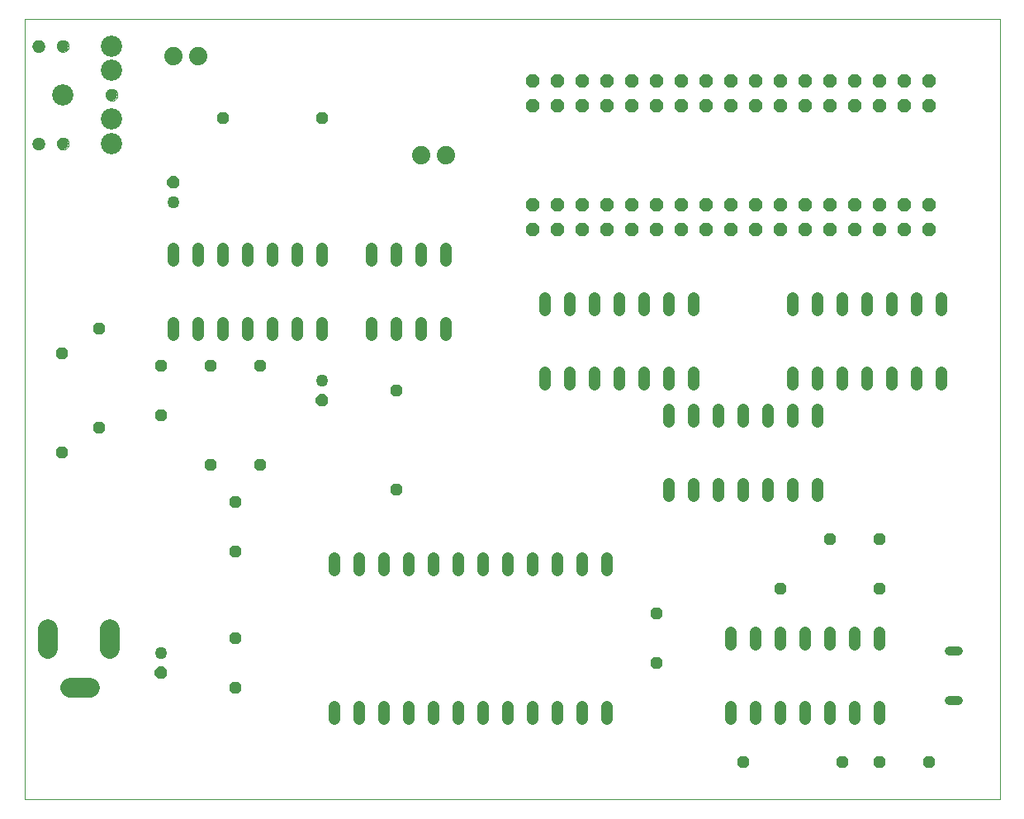
<source format=gts>
G75*
%MOIN*%
%OFA0B0*%
%FSLAX25Y25*%
%IPPOS*%
%LPD*%
%AMOC8*
5,1,8,0,0,1.08239X$1,22.5*
%
%ADD10C,0.00000*%
%ADD11OC8,0.04800*%
%ADD12OC8,0.05000*%
%ADD13C,0.05000*%
%ADD14C,0.04800*%
%ADD15OC8,0.05400*%
%ADD16C,0.08600*%
%ADD17C,0.04724*%
%ADD18C,0.07874*%
%ADD19C,0.07400*%
%ADD20C,0.03600*%
D10*
X0025000Y0011500D02*
X0025000Y0326461D01*
X0418701Y0326461D01*
X0418701Y0011500D01*
X0025000Y0011500D01*
X0028295Y0276315D02*
X0028297Y0276412D01*
X0028303Y0276509D01*
X0028313Y0276605D01*
X0028327Y0276701D01*
X0028345Y0276797D01*
X0028366Y0276891D01*
X0028392Y0276985D01*
X0028421Y0277077D01*
X0028455Y0277168D01*
X0028491Y0277258D01*
X0028532Y0277346D01*
X0028576Y0277432D01*
X0028624Y0277517D01*
X0028675Y0277599D01*
X0028729Y0277680D01*
X0028787Y0277758D01*
X0028848Y0277833D01*
X0028911Y0277906D01*
X0028978Y0277977D01*
X0029048Y0278044D01*
X0029120Y0278109D01*
X0029195Y0278170D01*
X0029273Y0278229D01*
X0029352Y0278284D01*
X0029434Y0278336D01*
X0029518Y0278384D01*
X0029604Y0278429D01*
X0029692Y0278471D01*
X0029781Y0278509D01*
X0029872Y0278543D01*
X0029964Y0278573D01*
X0030057Y0278600D01*
X0030152Y0278622D01*
X0030247Y0278641D01*
X0030343Y0278656D01*
X0030439Y0278667D01*
X0030536Y0278674D01*
X0030633Y0278677D01*
X0030730Y0278676D01*
X0030827Y0278671D01*
X0030923Y0278662D01*
X0031019Y0278649D01*
X0031115Y0278632D01*
X0031210Y0278611D01*
X0031303Y0278587D01*
X0031396Y0278558D01*
X0031488Y0278526D01*
X0031578Y0278490D01*
X0031666Y0278451D01*
X0031753Y0278407D01*
X0031838Y0278361D01*
X0031921Y0278310D01*
X0032002Y0278257D01*
X0032080Y0278200D01*
X0032157Y0278140D01*
X0032230Y0278077D01*
X0032301Y0278011D01*
X0032369Y0277942D01*
X0032435Y0277870D01*
X0032497Y0277796D01*
X0032556Y0277719D01*
X0032612Y0277640D01*
X0032665Y0277558D01*
X0032715Y0277475D01*
X0032760Y0277389D01*
X0032803Y0277302D01*
X0032842Y0277213D01*
X0032877Y0277123D01*
X0032908Y0277031D01*
X0032935Y0276938D01*
X0032959Y0276844D01*
X0032979Y0276749D01*
X0032995Y0276653D01*
X0033007Y0276557D01*
X0033015Y0276460D01*
X0033019Y0276363D01*
X0033019Y0276267D01*
X0033015Y0276170D01*
X0033007Y0276073D01*
X0032995Y0275977D01*
X0032979Y0275881D01*
X0032959Y0275786D01*
X0032935Y0275692D01*
X0032908Y0275599D01*
X0032877Y0275507D01*
X0032842Y0275417D01*
X0032803Y0275328D01*
X0032760Y0275241D01*
X0032715Y0275155D01*
X0032665Y0275072D01*
X0032612Y0274990D01*
X0032556Y0274911D01*
X0032497Y0274834D01*
X0032435Y0274760D01*
X0032369Y0274688D01*
X0032301Y0274619D01*
X0032230Y0274553D01*
X0032157Y0274490D01*
X0032080Y0274430D01*
X0032002Y0274373D01*
X0031921Y0274320D01*
X0031838Y0274269D01*
X0031753Y0274223D01*
X0031666Y0274179D01*
X0031578Y0274140D01*
X0031488Y0274104D01*
X0031396Y0274072D01*
X0031303Y0274043D01*
X0031210Y0274019D01*
X0031115Y0273998D01*
X0031019Y0273981D01*
X0030923Y0273968D01*
X0030827Y0273959D01*
X0030730Y0273954D01*
X0030633Y0273953D01*
X0030536Y0273956D01*
X0030439Y0273963D01*
X0030343Y0273974D01*
X0030247Y0273989D01*
X0030152Y0274008D01*
X0030057Y0274030D01*
X0029964Y0274057D01*
X0029872Y0274087D01*
X0029781Y0274121D01*
X0029692Y0274159D01*
X0029604Y0274201D01*
X0029518Y0274246D01*
X0029434Y0274294D01*
X0029352Y0274346D01*
X0029273Y0274401D01*
X0029195Y0274460D01*
X0029120Y0274521D01*
X0029048Y0274586D01*
X0028978Y0274653D01*
X0028911Y0274724D01*
X0028848Y0274797D01*
X0028787Y0274872D01*
X0028729Y0274950D01*
X0028675Y0275031D01*
X0028624Y0275113D01*
X0028576Y0275198D01*
X0028532Y0275284D01*
X0028491Y0275372D01*
X0028455Y0275462D01*
X0028421Y0275553D01*
X0028392Y0275645D01*
X0028366Y0275739D01*
X0028345Y0275833D01*
X0028327Y0275929D01*
X0028313Y0276025D01*
X0028303Y0276121D01*
X0028297Y0276218D01*
X0028295Y0276315D01*
X0038138Y0276315D02*
X0038140Y0276412D01*
X0038146Y0276509D01*
X0038156Y0276605D01*
X0038170Y0276701D01*
X0038188Y0276797D01*
X0038209Y0276891D01*
X0038235Y0276985D01*
X0038264Y0277077D01*
X0038298Y0277168D01*
X0038334Y0277258D01*
X0038375Y0277346D01*
X0038419Y0277432D01*
X0038467Y0277517D01*
X0038518Y0277599D01*
X0038572Y0277680D01*
X0038630Y0277758D01*
X0038691Y0277833D01*
X0038754Y0277906D01*
X0038821Y0277977D01*
X0038891Y0278044D01*
X0038963Y0278109D01*
X0039038Y0278170D01*
X0039116Y0278229D01*
X0039195Y0278284D01*
X0039277Y0278336D01*
X0039361Y0278384D01*
X0039447Y0278429D01*
X0039535Y0278471D01*
X0039624Y0278509D01*
X0039715Y0278543D01*
X0039807Y0278573D01*
X0039900Y0278600D01*
X0039995Y0278622D01*
X0040090Y0278641D01*
X0040186Y0278656D01*
X0040282Y0278667D01*
X0040379Y0278674D01*
X0040476Y0278677D01*
X0040573Y0278676D01*
X0040670Y0278671D01*
X0040766Y0278662D01*
X0040862Y0278649D01*
X0040958Y0278632D01*
X0041053Y0278611D01*
X0041146Y0278587D01*
X0041239Y0278558D01*
X0041331Y0278526D01*
X0041421Y0278490D01*
X0041509Y0278451D01*
X0041596Y0278407D01*
X0041681Y0278361D01*
X0041764Y0278310D01*
X0041845Y0278257D01*
X0041923Y0278200D01*
X0042000Y0278140D01*
X0042073Y0278077D01*
X0042144Y0278011D01*
X0042212Y0277942D01*
X0042278Y0277870D01*
X0042340Y0277796D01*
X0042399Y0277719D01*
X0042455Y0277640D01*
X0042508Y0277558D01*
X0042558Y0277475D01*
X0042603Y0277389D01*
X0042646Y0277302D01*
X0042685Y0277213D01*
X0042720Y0277123D01*
X0042751Y0277031D01*
X0042778Y0276938D01*
X0042802Y0276844D01*
X0042822Y0276749D01*
X0042838Y0276653D01*
X0042850Y0276557D01*
X0042858Y0276460D01*
X0042862Y0276363D01*
X0042862Y0276267D01*
X0042858Y0276170D01*
X0042850Y0276073D01*
X0042838Y0275977D01*
X0042822Y0275881D01*
X0042802Y0275786D01*
X0042778Y0275692D01*
X0042751Y0275599D01*
X0042720Y0275507D01*
X0042685Y0275417D01*
X0042646Y0275328D01*
X0042603Y0275241D01*
X0042558Y0275155D01*
X0042508Y0275072D01*
X0042455Y0274990D01*
X0042399Y0274911D01*
X0042340Y0274834D01*
X0042278Y0274760D01*
X0042212Y0274688D01*
X0042144Y0274619D01*
X0042073Y0274553D01*
X0042000Y0274490D01*
X0041923Y0274430D01*
X0041845Y0274373D01*
X0041764Y0274320D01*
X0041681Y0274269D01*
X0041596Y0274223D01*
X0041509Y0274179D01*
X0041421Y0274140D01*
X0041331Y0274104D01*
X0041239Y0274072D01*
X0041146Y0274043D01*
X0041053Y0274019D01*
X0040958Y0273998D01*
X0040862Y0273981D01*
X0040766Y0273968D01*
X0040670Y0273959D01*
X0040573Y0273954D01*
X0040476Y0273953D01*
X0040379Y0273956D01*
X0040282Y0273963D01*
X0040186Y0273974D01*
X0040090Y0273989D01*
X0039995Y0274008D01*
X0039900Y0274030D01*
X0039807Y0274057D01*
X0039715Y0274087D01*
X0039624Y0274121D01*
X0039535Y0274159D01*
X0039447Y0274201D01*
X0039361Y0274246D01*
X0039277Y0274294D01*
X0039195Y0274346D01*
X0039116Y0274401D01*
X0039038Y0274460D01*
X0038963Y0274521D01*
X0038891Y0274586D01*
X0038821Y0274653D01*
X0038754Y0274724D01*
X0038691Y0274797D01*
X0038630Y0274872D01*
X0038572Y0274950D01*
X0038518Y0275031D01*
X0038467Y0275113D01*
X0038419Y0275198D01*
X0038375Y0275284D01*
X0038334Y0275372D01*
X0038298Y0275462D01*
X0038264Y0275553D01*
X0038235Y0275645D01*
X0038209Y0275739D01*
X0038188Y0275833D01*
X0038170Y0275929D01*
X0038156Y0276025D01*
X0038146Y0276121D01*
X0038140Y0276218D01*
X0038138Y0276315D01*
X0057823Y0296000D02*
X0057825Y0296097D01*
X0057831Y0296194D01*
X0057841Y0296290D01*
X0057855Y0296386D01*
X0057873Y0296482D01*
X0057894Y0296576D01*
X0057920Y0296670D01*
X0057949Y0296762D01*
X0057983Y0296853D01*
X0058019Y0296943D01*
X0058060Y0297031D01*
X0058104Y0297117D01*
X0058152Y0297202D01*
X0058203Y0297284D01*
X0058257Y0297365D01*
X0058315Y0297443D01*
X0058376Y0297518D01*
X0058439Y0297591D01*
X0058506Y0297662D01*
X0058576Y0297729D01*
X0058648Y0297794D01*
X0058723Y0297855D01*
X0058801Y0297914D01*
X0058880Y0297969D01*
X0058962Y0298021D01*
X0059046Y0298069D01*
X0059132Y0298114D01*
X0059220Y0298156D01*
X0059309Y0298194D01*
X0059400Y0298228D01*
X0059492Y0298258D01*
X0059585Y0298285D01*
X0059680Y0298307D01*
X0059775Y0298326D01*
X0059871Y0298341D01*
X0059967Y0298352D01*
X0060064Y0298359D01*
X0060161Y0298362D01*
X0060258Y0298361D01*
X0060355Y0298356D01*
X0060451Y0298347D01*
X0060547Y0298334D01*
X0060643Y0298317D01*
X0060738Y0298296D01*
X0060831Y0298272D01*
X0060924Y0298243D01*
X0061016Y0298211D01*
X0061106Y0298175D01*
X0061194Y0298136D01*
X0061281Y0298092D01*
X0061366Y0298046D01*
X0061449Y0297995D01*
X0061530Y0297942D01*
X0061608Y0297885D01*
X0061685Y0297825D01*
X0061758Y0297762D01*
X0061829Y0297696D01*
X0061897Y0297627D01*
X0061963Y0297555D01*
X0062025Y0297481D01*
X0062084Y0297404D01*
X0062140Y0297325D01*
X0062193Y0297243D01*
X0062243Y0297160D01*
X0062288Y0297074D01*
X0062331Y0296987D01*
X0062370Y0296898D01*
X0062405Y0296808D01*
X0062436Y0296716D01*
X0062463Y0296623D01*
X0062487Y0296529D01*
X0062507Y0296434D01*
X0062523Y0296338D01*
X0062535Y0296242D01*
X0062543Y0296145D01*
X0062547Y0296048D01*
X0062547Y0295952D01*
X0062543Y0295855D01*
X0062535Y0295758D01*
X0062523Y0295662D01*
X0062507Y0295566D01*
X0062487Y0295471D01*
X0062463Y0295377D01*
X0062436Y0295284D01*
X0062405Y0295192D01*
X0062370Y0295102D01*
X0062331Y0295013D01*
X0062288Y0294926D01*
X0062243Y0294840D01*
X0062193Y0294757D01*
X0062140Y0294675D01*
X0062084Y0294596D01*
X0062025Y0294519D01*
X0061963Y0294445D01*
X0061897Y0294373D01*
X0061829Y0294304D01*
X0061758Y0294238D01*
X0061685Y0294175D01*
X0061608Y0294115D01*
X0061530Y0294058D01*
X0061449Y0294005D01*
X0061366Y0293954D01*
X0061281Y0293908D01*
X0061194Y0293864D01*
X0061106Y0293825D01*
X0061016Y0293789D01*
X0060924Y0293757D01*
X0060831Y0293728D01*
X0060738Y0293704D01*
X0060643Y0293683D01*
X0060547Y0293666D01*
X0060451Y0293653D01*
X0060355Y0293644D01*
X0060258Y0293639D01*
X0060161Y0293638D01*
X0060064Y0293641D01*
X0059967Y0293648D01*
X0059871Y0293659D01*
X0059775Y0293674D01*
X0059680Y0293693D01*
X0059585Y0293715D01*
X0059492Y0293742D01*
X0059400Y0293772D01*
X0059309Y0293806D01*
X0059220Y0293844D01*
X0059132Y0293886D01*
X0059046Y0293931D01*
X0058962Y0293979D01*
X0058880Y0294031D01*
X0058801Y0294086D01*
X0058723Y0294145D01*
X0058648Y0294206D01*
X0058576Y0294271D01*
X0058506Y0294338D01*
X0058439Y0294409D01*
X0058376Y0294482D01*
X0058315Y0294557D01*
X0058257Y0294635D01*
X0058203Y0294716D01*
X0058152Y0294798D01*
X0058104Y0294883D01*
X0058060Y0294969D01*
X0058019Y0295057D01*
X0057983Y0295147D01*
X0057949Y0295238D01*
X0057920Y0295330D01*
X0057894Y0295424D01*
X0057873Y0295518D01*
X0057855Y0295614D01*
X0057841Y0295710D01*
X0057831Y0295806D01*
X0057825Y0295903D01*
X0057823Y0296000D01*
X0038138Y0315685D02*
X0038140Y0315782D01*
X0038146Y0315879D01*
X0038156Y0315975D01*
X0038170Y0316071D01*
X0038188Y0316167D01*
X0038209Y0316261D01*
X0038235Y0316355D01*
X0038264Y0316447D01*
X0038298Y0316538D01*
X0038334Y0316628D01*
X0038375Y0316716D01*
X0038419Y0316802D01*
X0038467Y0316887D01*
X0038518Y0316969D01*
X0038572Y0317050D01*
X0038630Y0317128D01*
X0038691Y0317203D01*
X0038754Y0317276D01*
X0038821Y0317347D01*
X0038891Y0317414D01*
X0038963Y0317479D01*
X0039038Y0317540D01*
X0039116Y0317599D01*
X0039195Y0317654D01*
X0039277Y0317706D01*
X0039361Y0317754D01*
X0039447Y0317799D01*
X0039535Y0317841D01*
X0039624Y0317879D01*
X0039715Y0317913D01*
X0039807Y0317943D01*
X0039900Y0317970D01*
X0039995Y0317992D01*
X0040090Y0318011D01*
X0040186Y0318026D01*
X0040282Y0318037D01*
X0040379Y0318044D01*
X0040476Y0318047D01*
X0040573Y0318046D01*
X0040670Y0318041D01*
X0040766Y0318032D01*
X0040862Y0318019D01*
X0040958Y0318002D01*
X0041053Y0317981D01*
X0041146Y0317957D01*
X0041239Y0317928D01*
X0041331Y0317896D01*
X0041421Y0317860D01*
X0041509Y0317821D01*
X0041596Y0317777D01*
X0041681Y0317731D01*
X0041764Y0317680D01*
X0041845Y0317627D01*
X0041923Y0317570D01*
X0042000Y0317510D01*
X0042073Y0317447D01*
X0042144Y0317381D01*
X0042212Y0317312D01*
X0042278Y0317240D01*
X0042340Y0317166D01*
X0042399Y0317089D01*
X0042455Y0317010D01*
X0042508Y0316928D01*
X0042558Y0316845D01*
X0042603Y0316759D01*
X0042646Y0316672D01*
X0042685Y0316583D01*
X0042720Y0316493D01*
X0042751Y0316401D01*
X0042778Y0316308D01*
X0042802Y0316214D01*
X0042822Y0316119D01*
X0042838Y0316023D01*
X0042850Y0315927D01*
X0042858Y0315830D01*
X0042862Y0315733D01*
X0042862Y0315637D01*
X0042858Y0315540D01*
X0042850Y0315443D01*
X0042838Y0315347D01*
X0042822Y0315251D01*
X0042802Y0315156D01*
X0042778Y0315062D01*
X0042751Y0314969D01*
X0042720Y0314877D01*
X0042685Y0314787D01*
X0042646Y0314698D01*
X0042603Y0314611D01*
X0042558Y0314525D01*
X0042508Y0314442D01*
X0042455Y0314360D01*
X0042399Y0314281D01*
X0042340Y0314204D01*
X0042278Y0314130D01*
X0042212Y0314058D01*
X0042144Y0313989D01*
X0042073Y0313923D01*
X0042000Y0313860D01*
X0041923Y0313800D01*
X0041845Y0313743D01*
X0041764Y0313690D01*
X0041681Y0313639D01*
X0041596Y0313593D01*
X0041509Y0313549D01*
X0041421Y0313510D01*
X0041331Y0313474D01*
X0041239Y0313442D01*
X0041146Y0313413D01*
X0041053Y0313389D01*
X0040958Y0313368D01*
X0040862Y0313351D01*
X0040766Y0313338D01*
X0040670Y0313329D01*
X0040573Y0313324D01*
X0040476Y0313323D01*
X0040379Y0313326D01*
X0040282Y0313333D01*
X0040186Y0313344D01*
X0040090Y0313359D01*
X0039995Y0313378D01*
X0039900Y0313400D01*
X0039807Y0313427D01*
X0039715Y0313457D01*
X0039624Y0313491D01*
X0039535Y0313529D01*
X0039447Y0313571D01*
X0039361Y0313616D01*
X0039277Y0313664D01*
X0039195Y0313716D01*
X0039116Y0313771D01*
X0039038Y0313830D01*
X0038963Y0313891D01*
X0038891Y0313956D01*
X0038821Y0314023D01*
X0038754Y0314094D01*
X0038691Y0314167D01*
X0038630Y0314242D01*
X0038572Y0314320D01*
X0038518Y0314401D01*
X0038467Y0314483D01*
X0038419Y0314568D01*
X0038375Y0314654D01*
X0038334Y0314742D01*
X0038298Y0314832D01*
X0038264Y0314923D01*
X0038235Y0315015D01*
X0038209Y0315109D01*
X0038188Y0315203D01*
X0038170Y0315299D01*
X0038156Y0315395D01*
X0038146Y0315491D01*
X0038140Y0315588D01*
X0038138Y0315685D01*
X0028295Y0315685D02*
X0028297Y0315782D01*
X0028303Y0315879D01*
X0028313Y0315975D01*
X0028327Y0316071D01*
X0028345Y0316167D01*
X0028366Y0316261D01*
X0028392Y0316355D01*
X0028421Y0316447D01*
X0028455Y0316538D01*
X0028491Y0316628D01*
X0028532Y0316716D01*
X0028576Y0316802D01*
X0028624Y0316887D01*
X0028675Y0316969D01*
X0028729Y0317050D01*
X0028787Y0317128D01*
X0028848Y0317203D01*
X0028911Y0317276D01*
X0028978Y0317347D01*
X0029048Y0317414D01*
X0029120Y0317479D01*
X0029195Y0317540D01*
X0029273Y0317599D01*
X0029352Y0317654D01*
X0029434Y0317706D01*
X0029518Y0317754D01*
X0029604Y0317799D01*
X0029692Y0317841D01*
X0029781Y0317879D01*
X0029872Y0317913D01*
X0029964Y0317943D01*
X0030057Y0317970D01*
X0030152Y0317992D01*
X0030247Y0318011D01*
X0030343Y0318026D01*
X0030439Y0318037D01*
X0030536Y0318044D01*
X0030633Y0318047D01*
X0030730Y0318046D01*
X0030827Y0318041D01*
X0030923Y0318032D01*
X0031019Y0318019D01*
X0031115Y0318002D01*
X0031210Y0317981D01*
X0031303Y0317957D01*
X0031396Y0317928D01*
X0031488Y0317896D01*
X0031578Y0317860D01*
X0031666Y0317821D01*
X0031753Y0317777D01*
X0031838Y0317731D01*
X0031921Y0317680D01*
X0032002Y0317627D01*
X0032080Y0317570D01*
X0032157Y0317510D01*
X0032230Y0317447D01*
X0032301Y0317381D01*
X0032369Y0317312D01*
X0032435Y0317240D01*
X0032497Y0317166D01*
X0032556Y0317089D01*
X0032612Y0317010D01*
X0032665Y0316928D01*
X0032715Y0316845D01*
X0032760Y0316759D01*
X0032803Y0316672D01*
X0032842Y0316583D01*
X0032877Y0316493D01*
X0032908Y0316401D01*
X0032935Y0316308D01*
X0032959Y0316214D01*
X0032979Y0316119D01*
X0032995Y0316023D01*
X0033007Y0315927D01*
X0033015Y0315830D01*
X0033019Y0315733D01*
X0033019Y0315637D01*
X0033015Y0315540D01*
X0033007Y0315443D01*
X0032995Y0315347D01*
X0032979Y0315251D01*
X0032959Y0315156D01*
X0032935Y0315062D01*
X0032908Y0314969D01*
X0032877Y0314877D01*
X0032842Y0314787D01*
X0032803Y0314698D01*
X0032760Y0314611D01*
X0032715Y0314525D01*
X0032665Y0314442D01*
X0032612Y0314360D01*
X0032556Y0314281D01*
X0032497Y0314204D01*
X0032435Y0314130D01*
X0032369Y0314058D01*
X0032301Y0313989D01*
X0032230Y0313923D01*
X0032157Y0313860D01*
X0032080Y0313800D01*
X0032002Y0313743D01*
X0031921Y0313690D01*
X0031838Y0313639D01*
X0031753Y0313593D01*
X0031666Y0313549D01*
X0031578Y0313510D01*
X0031488Y0313474D01*
X0031396Y0313442D01*
X0031303Y0313413D01*
X0031210Y0313389D01*
X0031115Y0313368D01*
X0031019Y0313351D01*
X0030923Y0313338D01*
X0030827Y0313329D01*
X0030730Y0313324D01*
X0030633Y0313323D01*
X0030536Y0313326D01*
X0030439Y0313333D01*
X0030343Y0313344D01*
X0030247Y0313359D01*
X0030152Y0313378D01*
X0030057Y0313400D01*
X0029964Y0313427D01*
X0029872Y0313457D01*
X0029781Y0313491D01*
X0029692Y0313529D01*
X0029604Y0313571D01*
X0029518Y0313616D01*
X0029434Y0313664D01*
X0029352Y0313716D01*
X0029273Y0313771D01*
X0029195Y0313830D01*
X0029120Y0313891D01*
X0029048Y0313956D01*
X0028978Y0314023D01*
X0028911Y0314094D01*
X0028848Y0314167D01*
X0028787Y0314242D01*
X0028729Y0314320D01*
X0028675Y0314401D01*
X0028624Y0314483D01*
X0028576Y0314568D01*
X0028532Y0314654D01*
X0028491Y0314742D01*
X0028455Y0314832D01*
X0028421Y0314923D01*
X0028392Y0315015D01*
X0028366Y0315109D01*
X0028345Y0315203D01*
X0028327Y0315299D01*
X0028313Y0315395D01*
X0028303Y0315491D01*
X0028297Y0315588D01*
X0028295Y0315685D01*
D11*
X0105000Y0286500D03*
X0145000Y0286500D03*
X0055000Y0201500D03*
X0040000Y0191500D03*
X0055000Y0161500D03*
X0040000Y0151500D03*
X0080000Y0166500D03*
X0080000Y0186500D03*
X0100000Y0186500D03*
X0120000Y0186500D03*
X0120000Y0146500D03*
X0110000Y0131500D03*
X0100000Y0146500D03*
X0110000Y0111500D03*
X0110000Y0076500D03*
X0110000Y0056500D03*
X0175000Y0136500D03*
X0175000Y0176500D03*
X0280000Y0086500D03*
X0280000Y0066500D03*
X0330000Y0096500D03*
X0350000Y0116500D03*
X0370000Y0116500D03*
X0370000Y0096500D03*
X0370000Y0026500D03*
X0355000Y0026500D03*
X0390000Y0026500D03*
X0315000Y0026500D03*
D12*
X0145000Y0172500D03*
X0085000Y0260500D03*
X0080000Y0062500D03*
D13*
X0080000Y0070500D03*
X0145000Y0180500D03*
X0085000Y0252500D03*
D14*
X0085000Y0233900D02*
X0085000Y0229100D01*
X0095000Y0229100D02*
X0095000Y0233900D01*
X0105000Y0233900D02*
X0105000Y0229100D01*
X0115000Y0229100D02*
X0115000Y0233900D01*
X0125000Y0233900D02*
X0125000Y0229100D01*
X0135000Y0229100D02*
X0135000Y0233900D01*
X0145000Y0233900D02*
X0145000Y0229100D01*
X0165000Y0229100D02*
X0165000Y0233900D01*
X0175000Y0233900D02*
X0175000Y0229100D01*
X0185000Y0229100D02*
X0185000Y0233900D01*
X0195000Y0233900D02*
X0195000Y0229100D01*
X0195000Y0203900D02*
X0195000Y0199100D01*
X0185000Y0199100D02*
X0185000Y0203900D01*
X0175000Y0203900D02*
X0175000Y0199100D01*
X0165000Y0199100D02*
X0165000Y0203900D01*
X0145000Y0203900D02*
X0145000Y0199100D01*
X0135000Y0199100D02*
X0135000Y0203900D01*
X0125000Y0203900D02*
X0125000Y0199100D01*
X0115000Y0199100D02*
X0115000Y0203900D01*
X0105000Y0203900D02*
X0105000Y0199100D01*
X0095000Y0199100D02*
X0095000Y0203900D01*
X0085000Y0203900D02*
X0085000Y0199100D01*
X0150000Y0108900D02*
X0150000Y0104100D01*
X0160000Y0104100D02*
X0160000Y0108900D01*
X0170000Y0108900D02*
X0170000Y0104100D01*
X0180000Y0104100D02*
X0180000Y0108900D01*
X0190000Y0108900D02*
X0190000Y0104100D01*
X0200000Y0104100D02*
X0200000Y0108900D01*
X0210000Y0108900D02*
X0210000Y0104100D01*
X0220000Y0104100D02*
X0220000Y0108900D01*
X0230000Y0108900D02*
X0230000Y0104100D01*
X0240000Y0104100D02*
X0240000Y0108900D01*
X0250000Y0108900D02*
X0250000Y0104100D01*
X0260000Y0104100D02*
X0260000Y0108900D01*
X0285000Y0134100D02*
X0285000Y0138900D01*
X0295000Y0138900D02*
X0295000Y0134100D01*
X0305000Y0134100D02*
X0305000Y0138900D01*
X0315000Y0138900D02*
X0315000Y0134100D01*
X0325000Y0134100D02*
X0325000Y0138900D01*
X0335000Y0138900D02*
X0335000Y0134100D01*
X0345000Y0134100D02*
X0345000Y0138900D01*
X0345000Y0164100D02*
X0345000Y0168900D01*
X0335000Y0168900D02*
X0335000Y0164100D01*
X0325000Y0164100D02*
X0325000Y0168900D01*
X0315000Y0168900D02*
X0315000Y0164100D01*
X0305000Y0164100D02*
X0305000Y0168900D01*
X0295000Y0168900D02*
X0295000Y0164100D01*
X0285000Y0164100D02*
X0285000Y0168900D01*
X0285000Y0179100D02*
X0285000Y0183900D01*
X0275000Y0183900D02*
X0275000Y0179100D01*
X0265000Y0179100D02*
X0265000Y0183900D01*
X0255000Y0183900D02*
X0255000Y0179100D01*
X0245000Y0179100D02*
X0245000Y0183900D01*
X0235000Y0183900D02*
X0235000Y0179100D01*
X0235000Y0209100D02*
X0235000Y0213900D01*
X0245000Y0213900D02*
X0245000Y0209100D01*
X0255000Y0209100D02*
X0255000Y0213900D01*
X0265000Y0213900D02*
X0265000Y0209100D01*
X0275000Y0209100D02*
X0275000Y0213900D01*
X0285000Y0213900D02*
X0285000Y0209100D01*
X0295000Y0209100D02*
X0295000Y0213900D01*
X0295000Y0183900D02*
X0295000Y0179100D01*
X0335000Y0179100D02*
X0335000Y0183900D01*
X0345000Y0183900D02*
X0345000Y0179100D01*
X0355000Y0179100D02*
X0355000Y0183900D01*
X0365000Y0183900D02*
X0365000Y0179100D01*
X0375000Y0179100D02*
X0375000Y0183900D01*
X0385000Y0183900D02*
X0385000Y0179100D01*
X0395000Y0179100D02*
X0395000Y0183900D01*
X0395000Y0209100D02*
X0395000Y0213900D01*
X0385000Y0213900D02*
X0385000Y0209100D01*
X0375000Y0209100D02*
X0375000Y0213900D01*
X0365000Y0213900D02*
X0365000Y0209100D01*
X0355000Y0209100D02*
X0355000Y0213900D01*
X0345000Y0213900D02*
X0345000Y0209100D01*
X0335000Y0209100D02*
X0335000Y0213900D01*
X0330000Y0078900D02*
X0330000Y0074100D01*
X0320000Y0074100D02*
X0320000Y0078900D01*
X0310000Y0078900D02*
X0310000Y0074100D01*
X0340000Y0074100D02*
X0340000Y0078900D01*
X0350000Y0078900D02*
X0350000Y0074100D01*
X0360000Y0074100D02*
X0360000Y0078900D01*
X0370000Y0078900D02*
X0370000Y0074100D01*
X0370000Y0048900D02*
X0370000Y0044100D01*
X0360000Y0044100D02*
X0360000Y0048900D01*
X0350000Y0048900D02*
X0350000Y0044100D01*
X0340000Y0044100D02*
X0340000Y0048900D01*
X0330000Y0048900D02*
X0330000Y0044100D01*
X0320000Y0044100D02*
X0320000Y0048900D01*
X0310000Y0048900D02*
X0310000Y0044100D01*
X0260000Y0044100D02*
X0260000Y0048900D01*
X0250000Y0048900D02*
X0250000Y0044100D01*
X0240000Y0044100D02*
X0240000Y0048900D01*
X0230000Y0048900D02*
X0230000Y0044100D01*
X0220000Y0044100D02*
X0220000Y0048900D01*
X0210000Y0048900D02*
X0210000Y0044100D01*
X0200000Y0044100D02*
X0200000Y0048900D01*
X0190000Y0048900D02*
X0190000Y0044100D01*
X0180000Y0044100D02*
X0180000Y0048900D01*
X0170000Y0048900D02*
X0170000Y0044100D01*
X0160000Y0044100D02*
X0160000Y0048900D01*
X0150000Y0048900D02*
X0150000Y0044100D01*
D15*
X0230000Y0241500D03*
X0240000Y0241500D03*
X0240000Y0251500D03*
X0230000Y0251500D03*
X0250000Y0251500D03*
X0260000Y0251500D03*
X0270000Y0251500D03*
X0270000Y0241500D03*
X0260000Y0241500D03*
X0250000Y0241500D03*
X0280000Y0241500D03*
X0290000Y0241500D03*
X0300000Y0241500D03*
X0300000Y0251500D03*
X0290000Y0251500D03*
X0280000Y0251500D03*
X0310000Y0251500D03*
X0320000Y0251500D03*
X0330000Y0251500D03*
X0340000Y0251500D03*
X0340000Y0241500D03*
X0330000Y0241500D03*
X0320000Y0241500D03*
X0310000Y0241500D03*
X0350000Y0241500D03*
X0360000Y0241500D03*
X0370000Y0241500D03*
X0370000Y0251500D03*
X0360000Y0251500D03*
X0350000Y0251500D03*
X0380000Y0251500D03*
X0390000Y0251500D03*
X0390000Y0241500D03*
X0380000Y0241500D03*
X0380000Y0291500D03*
X0390000Y0291500D03*
X0390000Y0301500D03*
X0380000Y0301500D03*
X0370000Y0301500D03*
X0360000Y0301500D03*
X0350000Y0301500D03*
X0350000Y0291500D03*
X0360000Y0291500D03*
X0370000Y0291500D03*
X0340000Y0291500D03*
X0330000Y0291500D03*
X0320000Y0291500D03*
X0310000Y0291500D03*
X0310000Y0301500D03*
X0320000Y0301500D03*
X0330000Y0301500D03*
X0340000Y0301500D03*
X0300000Y0301500D03*
X0290000Y0301500D03*
X0280000Y0301500D03*
X0280000Y0291500D03*
X0290000Y0291500D03*
X0300000Y0291500D03*
X0270000Y0291500D03*
X0260000Y0291500D03*
X0250000Y0291500D03*
X0250000Y0301500D03*
X0260000Y0301500D03*
X0270000Y0301500D03*
X0240000Y0301500D03*
X0230000Y0301500D03*
X0230000Y0291500D03*
X0240000Y0291500D03*
D16*
X0060185Y0286157D03*
X0060185Y0276315D03*
X0040500Y0296000D03*
X0060185Y0305843D03*
X0060185Y0315685D03*
D17*
X0040500Y0315685D03*
X0030657Y0315685D03*
X0060185Y0296000D03*
X0040500Y0276315D03*
X0030657Y0276315D03*
D18*
X0034528Y0080280D02*
X0034528Y0072406D01*
X0043583Y0056657D02*
X0051457Y0056657D01*
X0059331Y0072406D02*
X0059331Y0080280D01*
D19*
X0185000Y0271500D03*
X0195000Y0271500D03*
X0095000Y0311500D03*
X0085000Y0311500D03*
D20*
X0398200Y0071500D02*
X0401800Y0071500D01*
X0401800Y0051500D02*
X0398200Y0051500D01*
M02*

</source>
